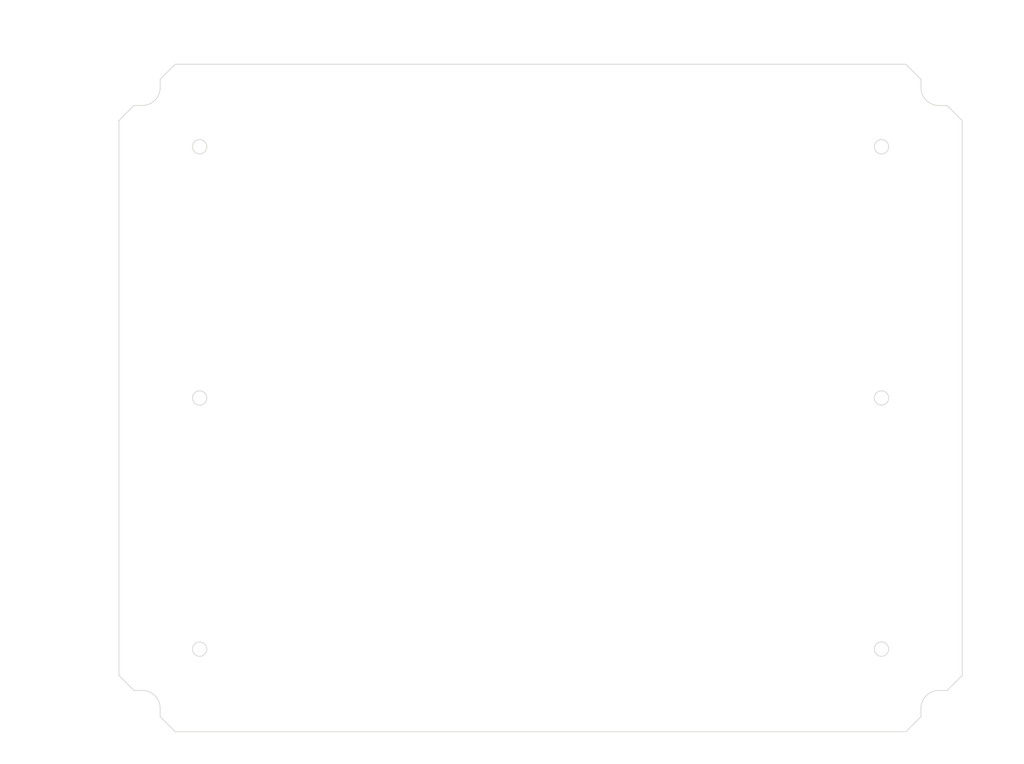
<source format=kicad_pcb>
(kicad_pcb (version 20171130) (host pcbnew "(5.1.0)-1")

  (general
    (thickness 1.6)
    (drawings 75)
    (tracks 0)
    (zones 0)
    (modules 0)
    (nets 1)
  )

  (page A3)
  (layers
    (0 F.Cu signal)
    (31 B.Cu signal)
    (32 B.Adhes user)
    (33 F.Adhes user)
    (34 B.Paste user)
    (35 F.Paste user)
    (36 B.SilkS user)
    (37 F.SilkS user)
    (38 B.Mask user)
    (39 F.Mask user)
    (40 Dwgs.User user)
    (41 Cmts.User user)
    (42 Eco1.User user)
    (43 Eco2.User user)
    (44 Edge.Cuts user)
    (45 Margin user)
    (46 B.CrtYd user)
    (47 F.CrtYd user)
    (48 B.Fab user)
    (49 F.Fab user)
  )

  (setup
    (last_trace_width 0.25)
    (trace_clearance 0.2)
    (zone_clearance 0.508)
    (zone_45_only no)
    (trace_min 0.2)
    (via_size 0.8)
    (via_drill 0.4)
    (via_min_size 0.4)
    (via_min_drill 0.3)
    (uvia_size 0.3)
    (uvia_drill 0.1)
    (uvias_allowed no)
    (uvia_min_size 0.2)
    (uvia_min_drill 0.1)
    (edge_width 0.05)
    (segment_width 0.2)
    (pcb_text_width 0.3)
    (pcb_text_size 1.5 1.5)
    (mod_edge_width 0.12)
    (mod_text_size 1 1)
    (mod_text_width 0.15)
    (pad_size 1.524 1.524)
    (pad_drill 0.762)
    (pad_to_mask_clearance 0.051)
    (solder_mask_min_width 0.25)
    (aux_axis_origin 0 0)
    (visible_elements FFFFFF7F)
    (pcbplotparams
      (layerselection 0x010fc_ffffffff)
      (usegerberextensions false)
      (usegerberattributes false)
      (usegerberadvancedattributes false)
      (creategerberjobfile false)
      (excludeedgelayer true)
      (linewidth 0.152400)
      (plotframeref false)
      (viasonmask false)
      (mode 1)
      (useauxorigin false)
      (hpglpennumber 1)
      (hpglpenspeed 20)
      (hpglpendiameter 15.000000)
      (psnegative false)
      (psa4output false)
      (plotreference true)
      (plotvalue true)
      (plotinvisibletext false)
      (padsonsilk false)
      (subtractmaskfromsilk false)
      (outputformat 1)
      (mirror false)
      (drillshape 1)
      (scaleselection 1)
      (outputdirectory ""))
  )

  (net 0 "")

  (net_class Default "This is the default net class."
    (clearance 0.2)
    (trace_width 0.25)
    (via_dia 0.8)
    (via_drill 0.4)
    (uvia_dia 0.3)
    (uvia_drill 0.1)
  )

  (gr_circle (center 127.980166 208.892687) (end 129.980166 208.892687) (layer Edge.Cuts) (width 0.2))
  (gr_circle (center 127.980166 138.892687) (end 129.980166 138.892687) (layer Edge.Cuts) (width 0.2))
  (gr_line (start 121.180166 231.892687) (end 116.980166 227.692687) (layer Edge.Cuts) (width 0.2))
  (gr_line (start 109.680166 220.392687) (end 105.480166 216.192687) (layer Edge.Cuts) (width 0.2))
  (gr_line (start 121.180166 231.892687) (end 324.780166 231.892687) (layer Edge.Cuts) (width 0.2))
  (gr_line (start 116.980166 225.392687) (end 116.980166 227.692687) (layer Edge.Cuts) (width 0.2))
  (gr_arc (start 111.980166 225.392687) (end 116.980166 225.392687) (angle -90) (layer Edge.Cuts) (width 0.2))
  (gr_line (start 109.680166 220.392687) (end 111.980166 220.392687) (layer Edge.Cuts) (width 0.2))
  (gr_line (start 105.480166 61.592687) (end 105.480166 216.192687) (layer Edge.Cuts) (width 0.2))
  (gr_circle (center 127.980166 68.892687) (end 129.980166 68.892687) (layer Edge.Cuts) (width 0.2))
  (gr_arc (start 111.980166 52.392687) (end 111.980166 57.392687) (angle -90) (layer Edge.Cuts) (width 0.2))
  (gr_line (start 116.980166 52.392687) (end 116.980166 50.092687) (layer Edge.Cuts) (width 0.2))
  (gr_line (start 116.980166 50.092687) (end 121.180166 45.892687) (layer Edge.Cuts) (width 0.2))
  (gr_line (start 121.180166 45.892687) (end 324.780166 45.892687) (layer Edge.Cuts) (width 0.2))
  (gr_line (start 109.680166 57.392687) (end 111.980166 57.392687) (layer Edge.Cuts) (width 0.2))
  (gr_line (start 105.480166 61.592687) (end 109.680166 57.392687) (layer Edge.Cuts) (width 0.2))
  (gr_arc (start 333.980166 225.392687) (end 333.980166 220.392687) (angle -90) (layer Edge.Cuts) (width 0.2))
  (gr_line (start 336.280166 220.392687) (end 333.980166 220.392687) (layer Edge.Cuts) (width 0.2))
  (gr_circle (center 317.980166 138.892687) (end 319.980166 138.892687) (layer Edge.Cuts) (width 0.2))
  (gr_circle (center 317.980166 208.892687) (end 319.980166 208.892687) (layer Edge.Cuts) (width 0.2))
  (gr_line (start 328.980166 225.392687) (end 328.980166 227.692687) (layer Edge.Cuts) (width 0.2))
  (gr_line (start 328.980166 227.692687) (end 324.780166 231.892687) (layer Edge.Cuts) (width 0.2))
  (gr_line (start 340.480166 216.192687) (end 340.480166 61.592687) (layer Edge.Cuts) (width 0.2))
  (gr_line (start 340.480166 216.192687) (end 336.280166 220.392687) (layer Edge.Cuts) (width 0.2))
  (gr_arc (start 333.980166 52.392687) (end 328.980166 52.392687) (angle -90) (layer Edge.Cuts) (width 0.2))
  (gr_circle (center 317.980166 68.892687) (end 319.980166 68.892687) (layer Edge.Cuts) (width 0.2))
  (gr_line (start 328.980166 52.392687) (end 328.980166 50.092687) (layer Edge.Cuts) (width 0.2))
  (gr_line (start 324.780166 45.892687) (end 328.980166 50.092687) (layer Edge.Cuts) (width 0.2))
  (gr_line (start 336.280166 57.392687) (end 333.980166 57.392687) (layer Edge.Cuts) (width 0.2))
  (gr_line (start 336.280166 57.392687) (end 340.480166 61.592687) (layer Edge.Cuts) (width 0.2))
  (gr_text [R0.20] (at 343.724124 233.824642) (layer Dwgs.User)
    (effects (font (size 1.7 1.53) (thickness 0.2125)))
  )
  (gr_text " R5.00" (at 343.724124 230.267206) (layer Dwgs.User)
    (effects (font (size 1.7 1.53) (thickness 0.2125)))
  )
  (gr_line (start 337.253353 231.93518) (end 332.637889 222.709724) (layer Dwgs.User) (width 0.2))
  (gr_line (start 339.253353 231.93518) (end 337.253353 231.93518) (layer Dwgs.User) (width 0.2))
  (gr_text [5.51] (at 334.312246 125.782149) (layer Dwgs.User)
    (effects (font (size 1.7 1.53) (thickness 0.2125)))
  )
  (gr_text " 140.00" (at 334.312246 122.224713) (layer Dwgs.User)
    (effects (font (size 1.7 1.53) (thickness 0.2125)))
  )
  (gr_line (start 334.312246 206.892687) (end 334.312246 127.450123) (layer Dwgs.User) (width 0.2))
  (gr_line (start 334.312246 70.892687) (end 334.312246 120.335252) (layer Dwgs.User) (width 0.2))
  (gr_line (start 318.980166 208.892687) (end 337.487246 208.892687) (layer Dwgs.User) (width 0.2))
  (gr_line (start 318.980166 68.892687) (end 337.487246 68.892687) (layer Dwgs.User) (width 0.2))
  (gr_line (start 317.980166 208.982687) (end 317.980166 208.802687) (layer Dwgs.User) (width 0.2))
  (gr_line (start 317.890166 208.892687) (end 318.070166 208.892687) (layer Dwgs.User) (width 0.2))
  (gr_text " ∅4.00\n[∅0.16]" (at 352.909041 222.404521) (layer Dwgs.User)
    (effects (font (size 1.7 1.53) (thickness 0.2125)))
  )
  (gr_line (start 346.372172 222.404521) (end 321.592012 210.611575) (layer Dwgs.User) (width 0.2))
  (gr_line (start 348.372172 222.404521) (end 346.372172 222.404521) (layer Dwgs.User) (width 0.2))
  (gr_text [7.48] (at 222.980166 239.533967) (layer Dwgs.User)
    (effects (font (size 1.7 1.53) (thickness 0.2125)))
  )
  (gr_text " 190.00" (at 222.980166 235.976531) (layer Dwgs.User)
    (effects (font (size 1.7 1.53) (thickness 0.2125)))
  )
  (gr_line (start 315.980166 237.644505) (end 227.68518 237.644505) (layer Dwgs.User) (width 0.2))
  (gr_line (start 129.980166 237.644505) (end 218.275152 237.644505) (layer Dwgs.User) (width 0.2))
  (gr_line (start 317.980166 209.892687) (end 317.980166 240.819505) (layer Dwgs.User) (width 0.2))
  (gr_line (start 127.980166 209.892687) (end 127.980166 240.819505) (layer Dwgs.User) (width 0.2))
  (gr_text [6.42] (at 87.680166 125.282149) (layer Dwgs.User)
    (effects (font (size 1.7 1.53) (thickness 0.2125)))
  )
  (gr_text " 163.00" (at 87.680166 121.724134) (layer Dwgs.User)
    (effects (font (size 1.7 1.53) (thickness 0.2125)))
  )
  (gr_line (start 87.680166 218.392687) (end 87.680166 126.950703) (layer Dwgs.User) (width 0.2))
  (gr_line (start 87.680166 59.392687) (end 87.680166 119.834672) (layer Dwgs.User) (width 0.2))
  (gr_line (start 108.680166 220.392687) (end 84.505166 220.392687) (layer Dwgs.User) (width 0.2))
  (gr_line (start 108.680166 57.392687) (end 84.505166 57.392687) (layer Dwgs.User) (width 0.2))
  (gr_text [7.32] (at 77.099932 122.782149) (layer Dwgs.User)
    (effects (font (size 1.7 1.53) (thickness 0.2125)))
  )
  (gr_text " 186.00" (at 77.099932 119.224713) (layer Dwgs.User)
    (effects (font (size 1.7 1.53) (thickness 0.2125)))
  )
  (gr_line (start 77.099932 229.892687) (end 77.099932 124.450123) (layer Dwgs.User) (width 0.2))
  (gr_line (start 77.099932 47.892687) (end 77.099932 117.335252) (layer Dwgs.User) (width 0.2))
  (gr_line (start 120.180166 231.892687) (end 73.924932 231.892687) (layer Dwgs.User) (width 0.2))
  (gr_line (start 120.180166 45.892687) (end 73.924932 45.892687) (layer Dwgs.User) (width 0.2))
  (gr_text [8.35] (at 235.480166 43.279895) (layer Dwgs.User)
    (effects (font (size 1.7 1.53) (thickness 0.2125)))
  )
  (gr_text " 212.00" (at 235.480166 39.72246) (layer Dwgs.User)
    (effects (font (size 1.7 1.53) (thickness 0.2125)))
  )
  (gr_line (start 118.980166 41.390434) (end 230.775152 41.390434) (layer Dwgs.User) (width 0.2))
  (gr_line (start 326.980166 41.390434) (end 240.18518 41.390434) (layer Dwgs.User) (width 0.2))
  (gr_line (start 116.980166 49.092687) (end 116.980166 38.215434) (layer Dwgs.User) (width 0.2))
  (gr_line (start 328.980166 49.092687) (end 328.980166 38.215434) (layer Dwgs.User) (width 0.2))
  (gr_text [9.25] (at 207.980166 33.160452) (layer Dwgs.User)
    (effects (font (size 1.7 1.53) (thickness 0.2125)))
  )
  (gr_text " 235.00" (at 207.980166 29.602436) (layer Dwgs.User)
    (effects (font (size 1.7 1.53) (thickness 0.2125)))
  )
  (gr_line (start 338.480166 31.27099) (end 212.68518 31.27099) (layer Dwgs.User) (width 0.2))
  (gr_line (start 107.480166 31.27099) (end 203.275152 31.27099) (layer Dwgs.User) (width 0.2))
  (gr_line (start 340.480166 60.592687) (end 340.480166 28.09599) (layer Dwgs.User) (width 0.2))
  (gr_line (start 105.480166 60.592687) (end 105.480166 28.09599) (layer Dwgs.User) (width 0.2))

)

</source>
